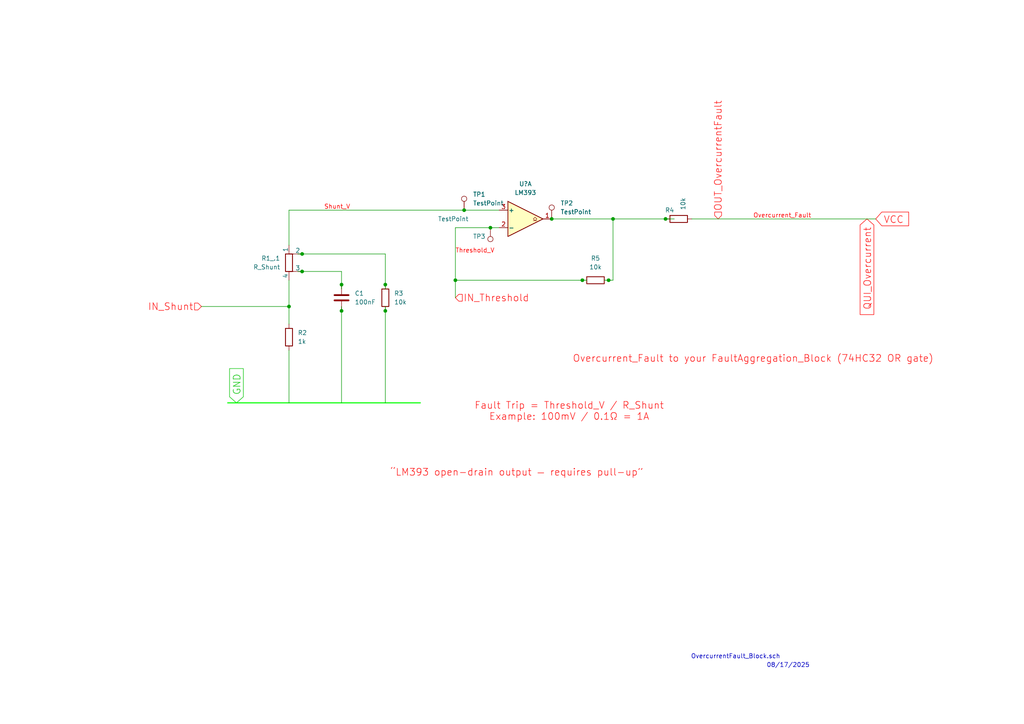
<source format=kicad_sch>
(kicad_sch (version 20250114) (generator "eeschema") (generator_version "9.0")
  (paper "A4")
  (lib_symbols
    (symbol "Comparator:LM393" (pin_names (offset 0.127))
      (property "Reference" "U" (at 3.81 3.81 0))
      (property "Value" "LM393" (at 6.35 -3.81 0))
      (symbol "LM393_1_1"
        (polyline (pts (xy -5.08 5.08) (xy 5.08 0) (xy -5.08 -5.08) (xy -5.08 5.08)) (stroke (width 0.254)) (fill (type background)))
        (polyline (pts (xy 3.302 -0.508) (xy 2.794 -0.508) (xy 3.302 0) (xy 2.794 0.508) (xy 2.286 0) (xy 2.794 -0.508) (xy 2.286 -0.508)) (stroke (width 0.127)))
        (pin input line (at -7.62 2.54 0) (length 2.54) (name "+") (number "3"))
        (pin input line (at -7.62 -2.54 0) (length 2.54) (name "-") (number "2"))
        (pin open_collector line (at 7.62 0 180) (length 2.54) (name "~") (number "1"))
      )
      (symbol "LM393_2_1"
        (polyline (pts (xy -5.08 5.08) (xy 5.08 0) (xy -5.08 -5.08) (xy -5.08 5.08)) (stroke (width 0.254)) (fill (type background)))
        (polyline (pts (xy 3.302 -0.508) (xy 2.794 -0.508) (xy 3.302 0) (xy 2.794 0.508) (xy 2.286 0) (xy 2.794 -0.508) (xy 2.286 -0.508)) (stroke (width 0.127)))
        (pin input line (at -7.62 2.54 0) (length 2.54) (name "+") (number "5"))
        (pin input line (at -7.62 -2.54 0) (length 2.54) (name "-") (number "6"))
        (pin open_collector line (at 7.62 0 180) (length 2.54) (name "~") (number "7"))
      )
      (symbol "LM393_3_1"
        (pin power_in line (at -2.54 7.62 270) (length 3.81) (name "V+") (number "8"))
        (pin power_in line (at -2.54 -7.62 90) (length 3.81) (name "V-") (number "4"))
      )
    )
    (symbol "Connector:TestPoint" (pin_numbers (hide yes)) (pin_names (offset 0.762) (hide yes))
      (property "Reference" "TP" (at 0 6.858 0))
      (property "Value" "TestPoint" (at 0 5.08 0))
      (symbol "TestPoint_0_1"
        (circle (center 0 3.302) (radius 0.762))
      )
      (symbol "TestPoint_1_1"
        (pin passive line (at 0 0 90) (length 2.54) (name "1") (number "1"))
      )
    )
    (symbol "Device:C" (pin_numbers (hide yes)) (pin_names (offset 0.254))
      (property "Reference" "C" (at 0.635 2.54 0))
      (property "Value" "C" (at 0.635 -2.54 0))
      (symbol "C_0_1"
        (polyline (pts (xy -2.032 0.762) (xy 2.032 0.762)) (stroke (width 0.508)))
        (polyline (pts (xy -2.032 -0.762) (xy 2.032 -0.762)) (stroke (width 0.508)))
      )
      (symbol "C_1_1"
        (pin passive line (at 0 3.81 270) (length 2.794) (name "~") (number "1"))
        (pin passive line (at 0 -3.81 90) (length 2.794) (name "~") (number "2"))
      )
    )
    (symbol "Device:R_Shunt" (pin_numbers (hide yes)) (pin_names (offset 0))
      (property "Reference" "R" (at -4.445 0 90))
      (property "Value" "R_Shunt" (at -2.54 0 90))
      (symbol "R_Shunt_0_1"
        (rectangle (start -1.016 -2.54) (end 1.016 2.54) (stroke (width 0.254)))
        (polyline (pts (xy 0 -2.54) (xy 1.27 -2.54)))
        (polyline (pts (xy 1.27 2.54) (xy 0 2.54)))
      )
      (symbol "R_Shunt_1_1"
        (pin passive line (at 0 5.08 270) (length 2.54) (name "1") (number "1"))
        (pin passive line (at 0 -5.08 90) (length 2.54) (name "4") (number "4"))
        (pin passive line (at 3.81 2.54 180) (length 2.54) (name "2") (number "2"))
        (pin passive line (at 3.81 -2.54 180) (length 2.54) (name "3") (number "3"))
      )
    )
    (symbol "FAULT_LED_DRIVER:R" (pin_numbers (hide yes)) (pin_names (offset 0))
      (property "Reference" "R" (at 2.032 0 90))
      (property "Value" "R" (at 0 0 90))
      (symbol "R_0_1"
        (rectangle (start -1.016 -2.54) (end 1.016 2.54) (stroke (width 0.254)))
      )
      (symbol "R_1_1"
        (pin passive line (at 0 3.81 270) (length 1.27) (name "~") (number "1"))
        (pin passive line (at 0 -3.81 90) (length 1.27) (name "~") (number "2"))
      )
    )
  )
  (text "Fault Trip = Threshold_V / R_Shunt\nExample: 100mV / 0.1Ω = 1A\n" (at 165.1 119.38 0) (effects (font (size 2 2))))
  (text "OvercurrentFault_Block.sch" (at 213.36 190.5 0) (effects (font (size 1.27 1.27))))
  (text "08/17/2025\n" (at 228.6 193.04 0) (effects (font (size 1.27 1.27))))
  (text "“LM393 open-drain output — requires pull-up”" (at 149.86 137.16 0) (effects (font (size 2 2))))
  (text "Overcurrent_Fault to your FaultAggregation_Block (74HC32 OR gate)" (at 218.44 104.14 0) (effects (font (size 2 2))))
  (junction (at 193.04 63.5))
  (junction (at 87.63 73.66))
  (junction (at 177.8 63.5))
  (junction (at 83.82 88.9))
  (junction (at 111.76 90.17))
  (junction (at 168.91 81.28))
  (junction (at 87.63 78.74))
  (junction (at 99.06 90.17))
  (junction (at 111.76 82.55))
  (junction (at 142.24 66.04))
  (junction (at 99.06 82.55))
  (junction (at 176.53 81.28))
  (junction (at 160.02 63.5))
  (junction (at 134.62 60.96))
  (junction (at 132.08 81.28))
  (wire (pts (xy 87.63 78.74) (xy 99.06 78.74)))
  (wire (pts (xy 86.36 73.66) (xy 87.63 73.66)))
  (wire (pts (xy 200.66 63.5) (xy 254 63.5)))
  (wire (pts (xy 177.8 81.28) (xy 177.8 63.5)))
  (wire (pts (xy 168.91 81.28) (xy 132.08 81.28)))
  (wire (pts (xy 134.62 60.96) (xy 83.82 60.96)))
  (wire (pts (xy 132.08 81.28) (xy 132.08 86.36)))
  (wire (pts (xy 111.76 73.66) (xy 111.76 82.55)))
  (wire (pts (xy 170.18 81.28) (xy 168.91 81.28)))
  (wire (pts (xy 176.53 81.28) (xy 177.8 81.28)))
  (wire (pts (xy 111.76 82.55) (xy 111.76 83.82)))
  (wire (pts (xy 177.8 63.5) (xy 193.04 63.5)))
  (wire (pts (xy 99.06 78.74) (xy 99.06 82.55)))
  (wire (pts (xy 83.82 60.96) (xy 83.82 71.12)))
  (wire (pts (xy 99.06 90.17) (xy 99.06 116.84)))
  (wire (pts (xy 111.76 90.17) (xy 111.76 116.84)))
  (wire (pts (xy 83.82 101.6) (xy 83.82 116.84)))
  (wire (pts (xy 111.76 88.9) (xy 111.76 90.17)))
  (wire (pts (xy 144.78 60.96) (xy 134.62 60.96)))
  (wire (pts (xy 99.06 82.55) (xy 99.06 83.82)))
  (wire (pts (xy 58.42 88.9) (xy 83.82 88.9)))
  (wire (pts (xy 175.26 81.28) (xy 176.53 81.28)))
  (wire (pts (xy 87.63 73.66) (xy 111.76 73.66)))
  (wire (pts (xy 195.58 63.5) (xy 193.04 63.5)))
  (bus (pts (xy 66.04 116.84) (xy 121.92 116.84)) (stroke (width 0) (color 0 255 0 1)))
  (wire (pts (xy 86.36 78.74) (xy 87.63 78.74)))
  (wire (pts (xy 144.78 66.04) (xy 142.24 66.04)))
  (wire (pts (xy 142.24 66.04) (xy 132.08 66.04)))
  (wire (pts (xy 83.82 88.9) (xy 83.82 93.98)))
  (wire (pts (xy 132.08 66.04) (xy 132.08 81.28)))
  (wire (pts (xy 99.06 88.9) (xy 99.06 90.17)))
  (wire (pts (xy 83.82 81.28) (xy 83.82 88.9)))
  (wire (pts (xy 160.02 63.5) (xy 177.8 63.5)))
  (label "Threshold_V" (at 132.08 73.66 0))
  (label "Shunt_V" (at 93.98 60.96 0))
  (label "Overcurrent_Fault" (at 218.44 63.5 0))
  (global_label "QUI_Overcurrent" (shape input) (at 251.46 63.5 270) (effects (font (size 2 2))) (property "Intersheetrefs" "${INTERSHEET_REFS}" (effects (hide yes))))
  (global_label "VCC" (shape input) (at 254 63.5 0) (effects (font (size 2 2))) (property "Intersheetrefs" "${INTERSHEET_REFS}" (effects (hide yes))))
  (global_label "GND" (shape input) (at 68.58 116.84 90) (effects (font (size 2 2))) (property "Intersheetrefs" "${INTERSHEET_REFS}" (effects (hide yes))))
  (hierarchical_label "IN_Threshold" (shape input) (at 132.08 86.36 0) (effects (font (size 2 2))))
  (hierarchical_label "OUT_OvercurrentFault" (shape input) (at 208.28 63.5 90) (effects (font (size 2 2))))
  (hierarchical_label "IN_Shunt" (shape input) (at 58.42 88.9 180) (effects (font (size 2 2))))
  (symbol (lib_id "Comparator:LM393") (at 152.4 63.5 0) (unit 1)
    (property "Reference" "U?" (at 152.4 53.34 0))
    (property "Value" "LM393" (at 152.4 55.88 0))
    (property "Datasheet" "http://www.ti.com/lit/ds/symlink/lm393.pdf" (effects (hide yes)))
    (property "Description" "Low-Power, Low-Offset Voltage, Dual Comparators, DIP-8/SOIC-8/TO-99-8" (effects (hide yes)))
  )
  (symbol (lib_id "Device:C") (at 99.06 86.36 0) (unit 1)
    (property "Reference" "C1" (at 102.87 85.0899 0) (effects (justify left)))
    (property "Value" "100nF" (at 102.87 87.6299 0) (effects (justify left)))
    (property "Description" "Unpolarized capacitor" (effects (hide yes)))
  )
  (symbol (lib_id "Device:R_Shunt") (at 83.82 76.2 0) (unit 1)
    (property "Reference" "R1_.1" (at 81.28 74.9299 0) (effects (justify right)))
    (property "Value" "R_Shunt" (at 81.28 77.4699 0) (effects (justify right)))
    (property "Description" "Shunt resistor" (effects (hide yes)))
  )
  (symbol (lib_id "FAULT_LED_DRIVER:R") (at 172.72 81.28 90) (unit 1)
    (property "Reference" "R5" (at 172.72 74.93 90))
    (property "Value" "10k" (at 172.72 77.47 90))
    (property "Description" "Resistor" (effects (hide yes)))
  )
  (symbol (lib_id "FAULT_LED_DRIVER:R") (at 111.76 86.36 0) (unit 1)
    (property "Reference" "R3" (at 114.3 85.0899 0) (effects (justify left)))
    (property "Value" "10k" (at 114.3 87.6299 0) (effects (justify left)))
    (property "Description" "Resistor" (effects (hide yes)))
  )
  (symbol (lib_id "Connector:TestPoint") (at 160.02 63.5 0) (unit 1)
    (property "Reference" "TP2" (at 162.56 58.9279 0) (effects (justify left)))
    (property "Value" "TestPoint" (at 162.56 61.4679 0) (effects (justify left)))
    (property "Description" "test point" (effects (hide yes)))
  )
  (symbol (lib_id "Connector:TestPoint") (at 142.24 66.04 180) (unit 1)
    (property "Reference" "TP3" (at 137.16 68.58 0) (effects (justify right)))
    (property "Value" "TestPoint" (at 127 63.5 0) (effects (justify right)))
    (property "Description" "test point" (effects (hide yes)))
  )
  (symbol (lib_id "FAULT_LED_DRIVER:R") (at 83.82 97.79 0) (unit 1)
    (property "Reference" "R2" (at 86.36 96.5199 0) (effects (justify left)))
    (property "Value" "1k" (at 86.36 99.0599 0) (effects (justify left)))
    (property "Description" "Resistor" (effects (hide yes)))
  )
  (symbol (lib_id "Connector:TestPoint") (at 134.62 60.96 0) (unit 1)
    (property "Reference" "TP1" (at 137.16 56.3879 0) (effects (justify left)))
    (property "Value" "TestPoint" (at 137.16 58.9279 0) (effects (justify left)))
    (property "Description" "test point" (effects (hide yes)))
  )
  (symbol (lib_id "FAULT_LED_DRIVER:R") (at 196.85 63.5 90) (unit 1)
    (property "Reference" "R4" (at 195.5799 60.96 90) (effects (justify left)))
    (property "Value" "10k" (at 198.1199 60.96 0) (effects (justify left)))
    (property "Description" "Resistor" (effects (hide yes)))
  )
)
</source>
